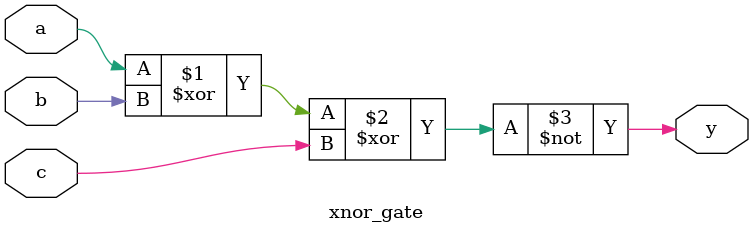
<source format=sv>
module top_module (
    input clk,
    input x,
    output z
);
    // Flip-flop outputs
    reg [2:0] d_reg;
    
    // Flip-flop inputs
    wire d_out0;
    wire d_out1;
    wire d_out2;
    
    // Logic gates
    xor_gate gate1 (.a(d_out0), .b(d_reg[0]), .y(d_out0));
    and_gate gate2 (.a(~d_out1), .b(d_reg[1]), .y(d_out1));
    or_gate gate3 (.a(~d_out2), .b(d_reg[2]), .y(d_out2));
    
    // Flip-flops
    always @(posedge clk) begin
        d_reg <= {d_out2, d_out1, x};
    end
    
    // XNOR gate
    xnor_gate gate4 (.a(d_out2), .b(d_out1), .c(d_out0), .y(z));
endmodule
module xor_gate (
    input a,
    input b,
    output y
);
    assign y = a ^ b;
endmodule
module and_gate (
    input a,
    input b,
    output y
);
    assign y = a & b;
endmodule
module or_gate (
    input a,
    input b,
    output y
);
    assign y = a | b;
endmodule
module xnor_gate (
    input a,
    input b,
    input c,
    output y
);
    assign y = ~(a ^ b ^ c);
endmodule

</source>
